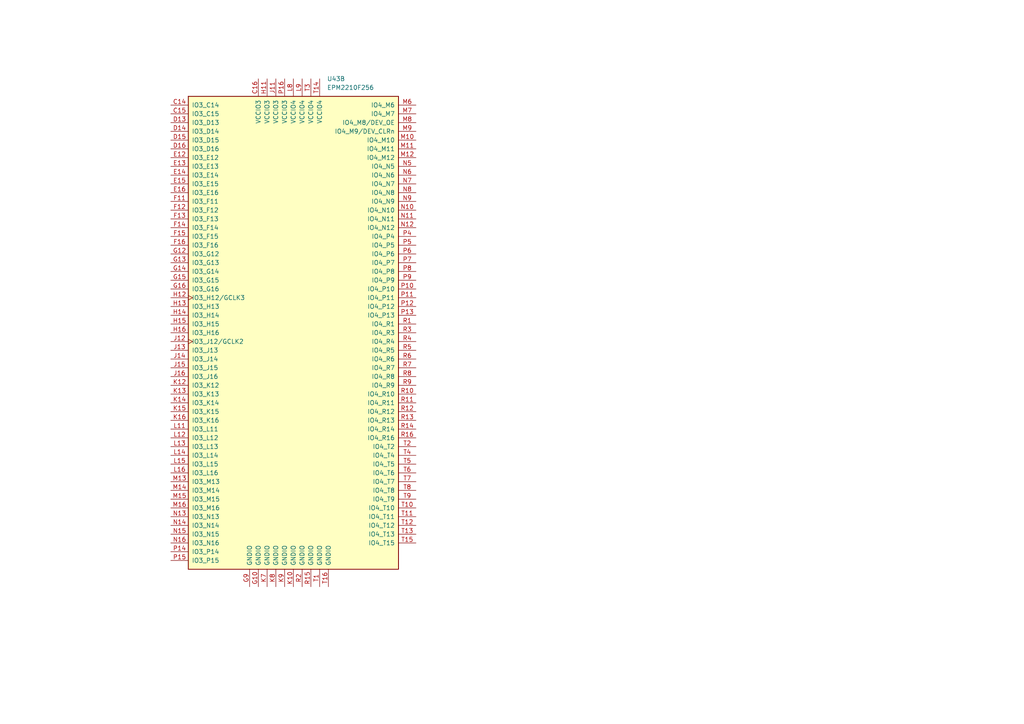
<source format=kicad_sch>
(kicad_sch (version 20250114) (generator "eeschema") (generator_version "9.0")
  (paper "A4")
  (lib_symbols
    (symbol "CPLD_Altera:EPM2210F256" (pin_names (offset 1.016))
      (property "Reference" "U" (at 20.32 69.85 0))
      (property "Value" "EPM2210F256" (at 17.78 -69.85 0))
      (symbol "EPM2210F256_1_1"
        (rectangle (start -30.48 68.58) (end 30.48 -68.58) (stroke (width 0.254)) (fill (type background)))
        (pin bidirectional line (at -35.56 66.04 0) (length 5.08) (name "IO1_C2") (number "C2"))
        (pin bidirectional line (at -35.56 63.5 0) (length 5.08) (name "IO1_C3") (number "C3"))
        (pin bidirectional line (at -35.56 60.96 0) (length 5.08) (name "IO1_D1") (number "D1"))
        (pin bidirectional line (at -35.56 58.42 0) (length 5.08) (name "IO1_D2") (number "D2"))
        (pin bidirectional line (at -35.56 55.88 0) (length 5.08) (name "IO1_D3") (number "D3"))
        (pin bidirectional line (at -35.56 53.34 0) (length 5.08) (name "IO1_E1") (number "E1"))
        (pin bidirectional line (at -35.56 50.8 0) (length 5.08) (name "IO1_E2") (number "E2"))
        (pin bidirectional line (at -35.56 48.26 0) (length 5.08) (name "IO1_E3") (number "E3"))
        (pin bidirectional line (at -35.56 45.72 0) (length 5.08) (name "IO1_E4") (number "E4"))
        (pin bidirectional line (at -35.56 43.18 0) (length 5.08) (name "IO1_E5") (number "E5"))
        (pin bidirectional line (at -35.56 40.64 0) (length 5.08) (name "IO1_F1") (number "F1"))
        (pin bidirectional line (at -35.56 38.1 0) (length 5.08) (name "IO1_F2") (number "F2"))
        (pin bidirectional line (at -35.56 35.56 0) (length 5.08) (name "IO1_F3") (number "F3"))
        (pin bidirectional line (at -35.56 33.02 0) (length 5.08) (name "IO1_F4") (number "F4"))
        (pin bidirectional line (at -35.56 30.48 0) (length 5.08) (name "IO1_F5") (number "F5"))
        (pin bidirectional line (at -35.56 27.94 0) (length 5.08) (name "IO1_F6") (number "F6"))
        (pin bidirectional line (at -35.56 25.4 0) (length 5.08) (name "IO1_G1") (number "G1"))
        (pin bidirectional line (at -35.56 22.86 0) (length 5.08) (name "IO1_G2") (number "G2"))
        (pin bidirectional line (at -35.56 20.32 0) (length 5.08) (name "IO1_G3") (number "G3"))
        (pin bidirectional line (at -35.56 17.78 0) (length 5.08) (name "IO1_G4") (number "G4"))
        (pin bidirectional line (at -35.56 15.24 0) (length 5.08) (name "IO1_G5") (number "G5"))
        (pin bidirectional line (at -35.56 12.7 0) (length 5.08) (name "IO1_H1") (number "H1"))
        (pin bidirectional line (at -35.56 10.16 0) (length 5.08) (name "IO1_H2") (number "H2"))
        (pin bidirectional line (at -35.56 7.62 0) (length 5.08) (name "IO1_H3") (number "H3"))
        (pin bidirectional line (at -35.56 5.08 0) (length 5.08) (name "IO1_H4") (number "H4"))
        (pin bidirectional clock (at -35.56 2.54 0) (length 5.08) (name "IO1_H5/GCLK0") (number "H5"))
        (pin bidirectional line (at -35.56 0 0) (length 5.08) (name "IO1_J1") (number "J1"))
        (pin bidirectional line (at -35.56 -2.54 0) (length 5.08) (name "IO1_J2") (number "J2"))
        (pin bidirectional line (at -35.56 -5.08 0) (length 5.08) (name "IO1_J3") (number "J3"))
        (pin bidirectional line (at -35.56 -7.62 0) (length 5.08) (name "IO1_J4") (number "J4"))
        (pin bidirectional clock (at -35.56 -10.16 0) (length 5.08) (name "IO1_J5/GCLK1") (number "J5"))
        (pin bidirectional line (at -35.56 -12.7 0) (length 5.08) (name "IO1_K1") (number "K1"))
        (pin bidirectional line (at -35.56 -15.24 0) (length 5.08) (name "IO1_K2") (number "K2"))
        (pin bidirectional line (at -35.56 -17.78 0) (length 5.08) (name "IO1_K3") (number "K3"))
        (pin bidirectional line (at -35.56 -20.32 0) (length 5.08) (name "IO1_K4") (number "K4"))
        (pin bidirectional line (at -35.56 -22.86 0) (length 5.08) (name "IO1_K5") (number "K5"))
        (pin bidirectional line (at -35.56 -25.4 0) (length 5.08) (name "IO1_L1") (number "L1"))
        (pin bidirectional line (at -35.56 -27.94 0) (length 5.08) (name "IO1_L2") (number "L2"))
        (pin bidirectional line (at -35.56 -30.48 0) (length 5.08) (name "IO1_L3") (number "L3"))
        (pin bidirectional line (at -35.56 -33.02 0) (length 5.08) (name "IO1_L4") (number "L4"))
        (pin bidirectional line (at -35.56 -35.56 0) (length 5.08) (name "IO1_L5") (number "L5"))
        (pin bidirectional line (at -35.56 -38.1 0) (length 5.08) (name "IO1_M1") (number "M1"))
        (pin bidirectional line (at -35.56 -40.64 0) (length 5.08) (name "IO1_M2") (number "M2"))
        (pin bidirectional line (at -35.56 -43.18 0) (length 5.08) (name "IO1_M3") (number "M3"))
        (pin bidirectional line (at -35.56 -45.72 0) (length 5.08) (name "IO1_M4") (number "M4"))
        (pin bidirectional line (at -35.56 -48.26 0) (length 5.08) (name "IO1_N1") (number "N1"))
        (pin bidirectional line (at -35.56 -50.8 0) (length 5.08) (name "IO1_N2") (number "N2"))
        (pin bidirectional line (at -35.56 -53.34 0) (length 5.08) (name "IO1_N3") (number "N3"))
        (pin bidirectional line (at -35.56 -55.88 0) (length 5.08) (name "IO1_P2") (number "P2"))
        (pin input line (at -35.56 -58.42 0) (length 5.08) (name "TMS") (number "N4"))
        (pin input line (at -35.56 -60.96 0) (length 5.08) (name "TDI") (number "L6"))
        (pin input clock (at -35.56 -63.5 0) (length 5.08) (name "TCK") (number "P3"))
        (pin output line (at -35.56 -66.04 0) (length 5.08) (name "TDO") (number "M5"))
        (pin power_in line (at -20.32 73.66 270) (length 5.08) (name "VCCINT") (number "F10"))
        (pin power_in line (at -17.78 73.66 270) (length 5.08) (name "VCCINT") (number "G11"))
        (pin power_in line (at -17.78 -73.66 90) (length 5.08) (name "GNDINT") (number "F7"))
        (pin power_in line (at -15.24 73.66 270) (length 5.08) (name "VCCINT") (number "H8"))
        (pin power_in line (at -15.24 -73.66 90) (length 5.08) (name "GNDINT") (number "G6"))
        (pin power_in line (at -12.7 73.66 270) (length 5.08) (name "VCCINT") (number "H10"))
        (pin power_in line (at -12.7 -73.66 90) (length 5.08) (name "GNDINT") (number "H7"))
        (pin power_in line (at -10.16 73.66 270) (length 5.08) (name "VCCINT") (number "J7"))
        (pin power_in line (at -10.16 -73.66 90) (length 5.08) (name "GNDINT") (number "H9"))
        (pin power_in line (at -7.62 73.66 270) (length 5.08) (name "VCCINT") (number "J9"))
        (pin power_in line (at -7.62 -73.66 90) (length 5.08) (name "GNDINT") (number "J8"))
        (pin power_in line (at -5.08 73.66 270) (length 5.08) (name "VCCINT") (number "K6"))
        (pin power_in line (at -5.08 -73.66 90) (length 5.08) (name "GNDINT") (number "J10"))
        (pin power_in line (at -2.54 73.66 270) (length 5.08) (name "VCCINT") (number "L7"))
        (pin power_in line (at -2.54 -73.66 90) (length 5.08) (name "GNDINT") (number "K11"))
        (pin power_in line (at 0 73.66 270) (length 5.08) (name "VCCIO1") (number "C1"))
        (pin power_in line (at 0 -73.66 90) (length 5.08) (name "GNDINT") (number "L10"))
        (pin power_in line (at 2.54 73.66 270) (length 5.08) (name "VCCIO1") (number "H6"))
        (pin power_in line (at 2.54 -73.66 90) (length 5.08) (name "GNDIO") (number "A1"))
        (pin power_in line (at 5.08 73.66 270) (length 5.08) (name "VCCIO1") (number "J6"))
        (pin power_in line (at 5.08 -73.66 90) (length 5.08) (name "GNDIO") (number "A16"))
        (pin power_in line (at 7.62 73.66 270) (length 5.08) (name "VCCIO1") (number "P1"))
        (pin power_in line (at 7.62 -73.66 90) (length 5.08) (name "GNDIO") (number "B2"))
        (pin power_in line (at 10.16 73.66 270) (length 5.08) (name "VCCIO2") (number "A3"))
        (pin power_in line (at 10.16 -73.66 90) (length 5.08) (name "GNDIO") (number "B15"))
        (pin power_in line (at 12.7 73.66 270) (length 5.08) (name "VCCIO2") (number "A14"))
        (pin power_in line (at 12.7 -73.66 90) (length 5.08) (name "GNDIO") (number "G7"))
        (pin power_in line (at 15.24 73.66 270) (length 5.08) (name "VCCIO2") (number "F8"))
        (pin power_in line (at 15.24 -73.66 90) (length 5.08) (name "GNDIO") (number "G8"))
        (pin power_in line (at 17.78 73.66 270) (length 5.08) (name "VCCIO2") (number "F9"))
        (pin bidirectional line (at 35.56 66.04 180) (length 5.08) (name "IO2_A2") (number "A2"))
        (pin bidirectional line (at 35.56 63.5 180) (length 5.08) (name "IO2_A4") (number "A4"))
        (pin bidirectional line (at 35.56 60.96 180) (length 5.08) (name "IO2_A5") (number "A5"))
        (pin bidirectional line (at 35.56 58.42 180) (length 5.08) (name "IO2_A6") (number "A6"))
        (pin bidirectional line (at 35.56 55.88 180) (length 5.08) (name "IO2_A7") (number "A7"))
        (pin bidirectional line (at 35.56 53.34 180) (length 5.08) (name "IO2_A8") (number "A8"))
        (pin bidirectional line (at 35.56 50.8 180) (length 5.08) (name "IO2_A9") (number "A9"))
        (pin bidirectional line (at 35.56 48.26 180) (length 5.08) (name "IO2_A10") (number "A10"))
        (pin bidirectional line (at 35.56 45.72 180) (length 5.08) (name "IO2_A11") (number "A11"))
        (pin bidirectional line (at 35.56 43.18 180) (length 5.08) (name "IO2_A12") (number "A12"))
        (pin bidirectional line (at 35.56 40.64 180) (length 5.08) (name "IO2_A13") (number "A13"))
        (pin bidirectional line (at 35.56 38.1 180) (length 5.08) (name "IO2_A15") (number "A15"))
        (pin bidirectional line (at 35.56 35.56 180) (length 5.08) (name "IO2_B1") (number "B1"))
        (pin bidirectional line (at 35.56 33.02 180) (length 5.08) (name "IO2_B3") (number "B3"))
        (pin bidirectional line (at 35.56 30.48 180) (length 5.08) (name "IO2_B4") (number "B4"))
        (pin bidirectional line (at 35.56 27.94 180) (length 5.08) (name "IO2_B5") (number "B5"))
        (pin bidirectional line (at 35.56 25.4 180) (length 5.08) (name "IO2_B6") (number "B6"))
        (pin bidirectional line (at 35.56 22.86 180) (length 5.08) (name "IO2_B7") (number "B7"))
        (pin bidirectional line (at 35.56 20.32 180) (length 5.08) (name "IO2_B8") (number "B8"))
        (pin bidirectional line (at 35.56 17.78 180) (length 5.08) (name "IO2_B9") (number "B9"))
        (pin bidirectional line (at 35.56 15.24 180) (length 5.08) (name "IO2_B10") (number "B10"))
        (pin bidirectional line (at 35.56 12.7 180) (length 5.08) (name "IO2_B11") (number "B11"))
        (pin bidirectional line (at 35.56 10.16 180) (length 5.08) (name "IO2_B12") (number "B12"))
        (pin bidirectional line (at 35.56 7.62 180) (length 5.08) (name "IO2_B13") (number "B13"))
        (pin bidirectional line (at 35.56 5.08 180) (length 5.08) (name "IO2_B14") (number "B14"))
        (pin bidirectional line (at 35.56 2.54 180) (length 5.08) (name "IO2_B16") (number "B16"))
        (pin bidirectional line (at 35.56 0 180) (length 5.08) (name "IO2_C4") (number "C4"))
        (pin bidirectional line (at 35.56 -2.54 180) (length 5.08) (name "IO2_C5") (number "C5"))
        (pin bidirectional line (at 35.56 -5.08 180) (length 5.08) (name "IO2_C6") (number "C6"))
        (pin bidirectional line (at 35.56 -7.62 180) (length 5.08) (name "IO2_C7") (number "C7"))
        (pin bidirectional line (at 35.56 -10.16 180) (length 5.08) (name "IO2_C8") (number "C8"))
        (pin bidirectional line (at 35.56 -12.7 180) (length 5.08) (name "IO2_C9") (number "C9"))
        (pin bidirectional line (at 35.56 -15.24 180) (length 5.08) (name "IO2_C10") (number "C10"))
        (pin bidirectional line (at 35.56 -17.78 180) (length 5.08) (name "IO2_C11") (number "C11"))
        (pin bidirectional line (at 35.56 -20.32 180) (length 5.08) (name "IO2_C12") (number "C12"))
        (pin bidirectional line (at 35.56 -22.86 180) (length 5.08) (name "IO2_C13") (number "C13"))
        (pin bidirectional line (at 35.56 -25.4 180) (length 5.08) (name "IO2_D4") (number "D4"))
        (pin bidirectional line (at 35.56 -27.94 180) (length 5.08) (name "IO2_D5") (number "D5"))
        (pin bidirectional line (at 35.56 -30.48 180) (length 5.08) (name "IO2_D6") (number "D6"))
        (pin bidirectional line (at 35.56 -33.02 180) (length 5.08) (name "IO2_D7") (number "D7"))
        (pin bidirectional line (at 35.56 -35.56 180) (length 5.08) (name "IO2_D8") (number "D8"))
        (pin bidirectional line (at 35.56 -38.1 180) (length 5.08) (name "IO2_D9") (number "D9"))
        (pin bidirectional line (at 35.56 -40.64 180) (length 5.08) (name "IO2_D10") (number "D10"))
        (pin bidirectional line (at 35.56 -43.18 180) (length 5.08) (name "IO2_D11") (number "D11"))
        (pin bidirectional line (at 35.56 -45.72 180) (length 5.08) (name "IO2_D12") (number "D12"))
        (pin bidirectional line (at 35.56 -48.26 180) (length 5.08) (name "IO2_E6") (number "E6"))
        (pin bidirectional line (at 35.56 -50.8 180) (length 5.08) (name "IO2_E7") (number "E7"))
        (pin bidirectional line (at 35.56 -53.34 180) (length 5.08) (name "IO2_E8") (number "E8"))
        (pin bidirectional line (at 35.56 -55.88 180) (length 5.08) (name "IO2_E9") (number "E9"))
        (pin bidirectional line (at 35.56 -58.42 180) (length 5.08) (name "IO2_E10") (number "E10"))
        (pin bidirectional line (at 35.56 -60.96 180) (length 5.08) (name "IO2_E11") (number "E11"))
      )
      (symbol "EPM2210F256_2_1"
        (rectangle (start -30.48 68.58) (end 30.48 -68.58) (stroke (width 0.254)) (fill (type background)))
        (pin bidirectional line (at -35.56 66.04 0) (length 5.08) (name "IO3_C14") (number "C14"))
        (pin bidirectional line (at -35.56 63.5 0) (length 5.08) (name "IO3_C15") (number "C15"))
        (pin bidirectional line (at -35.56 60.96 0) (length 5.08) (name "IO3_D13") (number "D13"))
        (pin bidirectional line (at -35.56 58.42 0) (length 5.08) (name "IO3_D14") (number "D14"))
        (pin bidirectional line (at -35.56 55.88 0) (length 5.08) (name "IO3_D15") (number "D15"))
        (pin bidirectional line (at -35.56 53.34 0) (length 5.08) (name "IO3_D16") (number "D16"))
        (pin bidirectional line (at -35.56 50.8 0) (length 5.08) (name "IO3_E12") (number "E12"))
        (pin bidirectional line (at -35.56 48.26 0) (length 5.08) (name "IO3_E13") (number "E13"))
        (pin bidirectional line (at -35.56 45.72 0) (length 5.08) (name "IO3_E14") (number "E14"))
        (pin bidirectional line (at -35.56 43.18 0) (length 5.08) (name "IO3_E15") (number "E15"))
        (pin bidirectional line (at -35.56 40.64 0) (length 5.08) (name "IO3_E16") (number "E16"))
        (pin bidirectional line (at -35.56 38.1 0) (length 5.08) (name "IO3_F11") (number "F11"))
        (pin bidirectional line (at -35.56 35.56 0) (length 5.08) (name "IO3_F12") (number "F12"))
        (pin bidirectional line (at -35.56 33.02 0) (length 5.08) (name "IO3_F13") (number "F13"))
        (pin bidirectional line (at -35.56 30.48 0) (length 5.08) (name "IO3_F14") (number "F14"))
        (pin bidirectional line (at -35.56 27.94 0) (length 5.08) (name "IO3_F15") (number "F15"))
        (pin bidirectional line (at -35.56 25.4 0) (length 5.08) (name "IO3_F16") (number "F16"))
        (pin bidirectional line (at -35.56 22.86 0) (length 5.08) (name "IO3_G12") (number "G12"))
        (pin bidirectional line (at -35.56 20.32 0) (length 5.08) (name "IO3_G13") (number "G13"))
        (pin bidirectional line (at -35.56 17.78 0) (length 5.08) (name "IO3_G14") (number "G14"))
        (pin bidirectional line (at -35.56 15.24 0) (length 5.08) (name "IO3_G15") (number "G15"))
        (pin bidirectional line (at -35.56 12.7 0) (length 5.08) (name "IO3_G16") (number "G16"))
        (pin bidirectional clock (at -35.56 10.16 0) (length 5.08) (name "IO3_H12/GCLK3") (number "H12"))
        (pin bidirectional line (at -35.56 7.62 0) (length 5.08) (name "IO3_H13") (number "H13"))
        (pin bidirectional line (at -35.56 5.08 0) (length 5.08) (name "IO3_H14") (number "H14"))
        (pin bidirectional line (at -35.56 2.54 0) (length 5.08) (name "IO3_H15") (number "H15"))
        (pin bidirectional line (at -35.56 0 0) (length 5.08) (name "IO3_H16") (number "H16"))
        (pin bidirectional clock (at -35.56 -2.54 0) (length 5.08) (name "IO3_J12/GCLK2") (number "J12"))
        (pin bidirectional line (at -35.56 -5.08 0) (length 5.08) (name "IO3_J13") (number "J13"))
        (pin bidirectional line (at -35.56 -7.62 0) (length 5.08) (name "IO3_J14") (number "J14"))
        (pin bidirectional line (at -35.56 -10.16 0) (length 5.08) (name "IO3_J15") (number "J15"))
        (pin bidirectional line (at -35.56 -12.7 0) (length 5.08) (name "IO3_J16") (number "J16"))
        (pin bidirectional line (at -35.56 -15.24 0) (length 5.08) (name "IO3_K12") (number "K12"))
        (pin bidirectional line (at -35.56 -17.78 0) (length 5.08) (name "IO3_K13") (number "K13"))
        (pin bidirectional line (at -35.56 -20.32 0) (length 5.08) (name "IO3_K14") (number "K14"))
        (pin bidirectional line (at -35.56 -22.86 0) (length 5.08) (name "IO3_K15") (number "K15"))
        (pin bidirectional line (at -35.56 -25.4 0) (length 5.08) (name "IO3_K16") (number "K16"))
        (pin bidirectional line (at -35.56 -27.94 0) (length 5.08) (name "IO3_L11") (number "L11"))
        (pin bidirectional line (at -35.56 -30.48 0) (length 5.08) (name "IO3_L12") (number "L12"))
        (pin bidirectional line (at -35.56 -33.02 0) (length 5.08) (name "IO3_L13") (number "L13"))
        (pin bidirectional line (at -35.56 -35.56 0) (length 5.08) (name "IO3_L14") (number "L14"))
        (pin bidirectional line (at -35.56 -38.1 0) (length 5.08) (name "IO3_L15") (number "L15"))
        (pin bidirectional line (at -35.56 -40.64 0) (length 5.08) (name "IO3_L16") (number "L16"))
        (pin bidirectional line (at -35.56 -43.18 0) (length 5.08) (name "IO3_M13") (number "M13"))
        (pin bidirectional line (at -35.56 -45.72 0) (length 5.08) (name "IO3_M14") (number "M14"))
        (pin bidirectional line (at -35.56 -48.26 0) (length 5.08) (name "IO3_M15") (number "M15"))
        (pin bidirectional line (at -35.56 -50.8 0) (length 5.08) (name "IO3_M16") (number "M16"))
        (pin bidirectional line (at -35.56 -53.34 0) (length 5.08) (name "IO3_N13") (number "N13"))
        (pin bidirectional line (at -35.56 -55.88 0) (length 5.08) (name "IO3_N14") (number "N14"))
        (pin bidirectional line (at -35.56 -58.42 0) (length 5.08) (name "IO3_N15") (number "N15"))
        (pin bidirectional line (at -35.56 -60.96 0) (length 5.08) (name "IO3_N16") (number "N16"))
        (pin bidirectional line (at -35.56 -63.5 0) (length 5.08) (name "IO3_P14") (number "P14"))
        (pin bidirectional line (at -35.56 -66.04 0) (length 5.08) (name "IO3_P15") (number "P15"))
        (pin power_in line (at -12.7 -73.66 90) (length 5.08) (name "GNDIO") (number "G9"))
        (pin power_in line (at -10.16 73.66 270) (length 5.08) (name "VCCIO3") (number "C16"))
        (pin power_in line (at -10.16 -73.66 90) (length 5.08) (name "GNDIO") (number "G10"))
        (pin power_in line (at -7.62 73.66 270) (length 5.08) (name "VCCIO3") (number "H11"))
        (pin power_in line (at -7.62 -73.66 90) (length 5.08) (name "GNDIO") (number "K7"))
        (pin power_in line (at -5.08 73.66 270) (length 5.08) (name "VCCIO3") (number "J11"))
        (pin power_in line (at -5.08 -73.66 90) (length 5.08) (name "GNDIO") (number "K8"))
        (pin power_in line (at -2.54 73.66 270) (length 5.08) (name "VCCIO3") (number "P16"))
        (pin power_in line (at -2.54 -73.66 90) (length 5.08) (name "GNDIO") (number "K9"))
        (pin power_in line (at 0 73.66 270) (length 5.08) (name "VCCIO4") (number "L8"))
        (pin power_in line (at 0 -73.66 90) (length 5.08) (name "GNDIO") (number "K10"))
        (pin power_in line (at 2.54 73.66 270) (length 5.08) (name "VCCIO4") (number "L9"))
        (pin power_in line (at 2.54 -73.66 90) (length 5.08) (name "GNDIO") (number "R2"))
        (pin power_in line (at 5.08 73.66 270) (length 5.08) (name "VCCIO4") (number "T3"))
        (pin power_in line (at 5.08 -73.66 90) (length 5.08) (name "GNDIO") (number "R15"))
        (pin power_in line (at 7.62 73.66 270) (length 5.08) (name "VCCIO4") (number "T14"))
        (pin power_in line (at 7.62 -73.66 90) (length 5.08) (name "GNDIO") (number "T1"))
        (pin power_in line (at 10.16 -73.66 90) (length 5.08) (name "GNDIO") (number "T16"))
        (pin bidirectional line (at 35.56 66.04 180) (length 5.08) (name "IO4_M6") (number "M6"))
        (pin bidirectional line (at 35.56 63.5 180) (length 5.08) (name "IO4_M7") (number "M7"))
        (pin bidirectional line (at 35.56 60.96 180) (length 5.08) (name "IO4_M8/DEV_OE") (number "M8"))
        (pin bidirectional line (at 35.56 58.42 180) (length 5.08) (name "IO4_M9/DEV_CLRn") (number "M9"))
        (pin bidirectional line (at 35.56 55.88 180) (length 5.08) (name "IO4_M10") (number "M10"))
        (pin bidirectional line (at 35.56 53.34 180) (length 5.08) (name "IO4_M11") (number "M11"))
        (pin bidirectional line (at 35.56 50.8 180) (length 5.08) (name "IO4_M12") (number "M12"))
        (pin bidirectional line (at 35.56 48.26 180) (length 5.08) (name "IO4_N5") (number "N5"))
        (pin bidirectional line (at 35.56 45.72 180) (length 5.08) (name "IO4_N6") (number "N6"))
        (pin bidirectional line (at 35.56 43.18 180) (length 5.08) (name "IO4_N7") (number "N7"))
        (pin bidirectional line (at 35.56 40.64 180) (length 5.08) (name "IO4_N8") (number "N8"))
        (pin bidirectional line (at 35.56 38.1 180) (length 5.08) (name "IO4_N9") (number "N9"))
        (pin bidirectional line (at 35.56 35.56 180) (length 5.08) (name "IO4_N10") (number "N10"))
        (pin bidirectional line (at 35.56 33.02 180) (length 5.08) (name "IO4_N11") (number "N11"))
        (pin bidirectional line (at 35.56 30.48 180) (length 5.08) (name "IO4_N12") (number "N12"))
        (pin bidirectional line (at 35.56 27.94 180) (length 5.08) (name "IO4_P4") (number "P4"))
        (pin bidirectional line (at 35.56 25.4 180) (length 5.08) (name "IO4_P5") (number "P5"))
        (pin bidirectional line (at 35.56 22.86 180) (length 5.08) (name "IO4_P6") (number "P6"))
        (pin bidirectional line (at 35.56 20.32 180) (length 5.08) (name "IO4_P7") (number "P7"))
        (pin bidirectional line (at 35.56 17.78 180) (length 5.08) (name "IO4_P8") (number "P8"))
        (pin bidirectional line (at 35.56 15.24 180) (length 5.08) (name "IO4_P9") (number "P9"))
        (pin bidirectional line (at 35.56 12.7 180) (length 5.08) (name "IO4_P10") (number "P10"))
        (pin bidirectional line (at 35.56 10.16 180) (length 5.08) (name "IO4_P11") (number "P11"))
        (pin bidirectional line (at 35.56 7.62 180) (length 5.08) (name "IO4_P12") (number "P12"))
        (pin bidirectional line (at 35.56 5.08 180) (length 5.08) (name "IO4_P13") (number "P13"))
        (pin bidirectional line (at 35.56 2.54 180) (length 5.08) (name "IO4_R1") (number "R1"))
        (pin bidirectional line (at 35.56 0 180) (length 5.08) (name "IO4_R3") (number "R3"))
        (pin bidirectional line (at 35.56 -2.54 180) (length 5.08) (name "IO4_R4") (number "R4"))
        (pin bidirectional line (at 35.56 -5.08 180) (length 5.08) (name "IO4_R5") (number "R5"))
        (pin bidirectional line (at 35.56 -7.62 180) (length 5.08) (name "IO4_R6") (number "R6"))
        (pin bidirectional line (at 35.56 -10.16 180) (length 5.08) (name "IO4_R7") (number "R7"))
        (pin bidirectional line (at 35.56 -12.7 180) (length 5.08) (name "IO4_R8") (number "R8"))
        (pin bidirectional line (at 35.56 -15.24 180) (length 5.08) (name "IO4_R9") (number "R9"))
        (pin bidirectional line (at 35.56 -17.78 180) (length 5.08) (name "IO4_R10") (number "R10"))
        (pin bidirectional line (at 35.56 -20.32 180) (length 5.08) (name "IO4_R11") (number "R11"))
        (pin bidirectional line (at 35.56 -22.86 180) (length 5.08) (name "IO4_R12") (number "R12"))
        (pin bidirectional line (at 35.56 -25.4 180) (length 5.08) (name "IO4_R13") (number "R13"))
        (pin bidirectional line (at 35.56 -27.94 180) (length 5.08) (name "IO4_R14") (number "R14"))
        (pin bidirectional line (at 35.56 -30.48 180) (length 5.08) (name "IO4_R16") (number "R16"))
        (pin bidirectional line (at 35.56 -33.02 180) (length 5.08) (name "IO4_T2") (number "T2"))
        (pin bidirectional line (at 35.56 -35.56 180) (length 5.08) (name "IO4_T4") (number "T4"))
        (pin bidirectional line (at 35.56 -38.1 180) (length 5.08) (name "IO4_T5") (number "T5"))
        (pin bidirectional line (at 35.56 -40.64 180) (length 5.08) (name "IO4_T6") (number "T6"))
        (pin bidirectional line (at 35.56 -43.18 180) (length 5.08) (name "IO4_T7") (number "T7"))
        (pin bidirectional line (at 35.56 -45.72 180) (length 5.08) (name "IO4_T8") (number "T8"))
        (pin bidirectional line (at 35.56 -48.26 180) (length 5.08) (name "IO4_T9") (number "T9"))
        (pin bidirectional line (at 35.56 -50.8 180) (length 5.08) (name "IO4_T10") (number "T10"))
        (pin bidirectional line (at 35.56 -53.34 180) (length 5.08) (name "IO4_T11") (number "T11"))
        (pin bidirectional line (at 35.56 -55.88 180) (length 5.08) (name "IO4_T12") (number "T12"))
        (pin bidirectional line (at 35.56 -58.42 180) (length 5.08) (name "IO4_T13") (number "T13"))
        (pin bidirectional line (at 35.56 -60.96 180) (length 5.08) (name "IO4_T15") (number "T15"))
      )
    )
  )
  (symbol (lib_id "CPLD_Altera:EPM2210F256") (at 85.09 96.52 0) (unit 2)
    (property "Reference" "U43" (at 94.8533 22.86 0) (effects (justify left)))
    (property "Value" "EPM2210F256" (at 94.8533 25.4 0) (effects (justify left)))
    (property "Footprint" "Package_BGA:BGA-256_17.0x17.0mm_Layout16x16_P1.0mm_Ball0.5mm_Pad0.4mm_NSMD" (effects (hide yes)))
    (property "Datasheet" "https://www.altera.com/content/dam/altera-www/global/en_US/pdfs/literature/hb/max2/max2_mii5v1.pdf" (effects (hide yes)))
    (property "Description" "Altera MAX2 CPLD with 2210 LE" (effects (hide yes)))
  )
)
</source>
